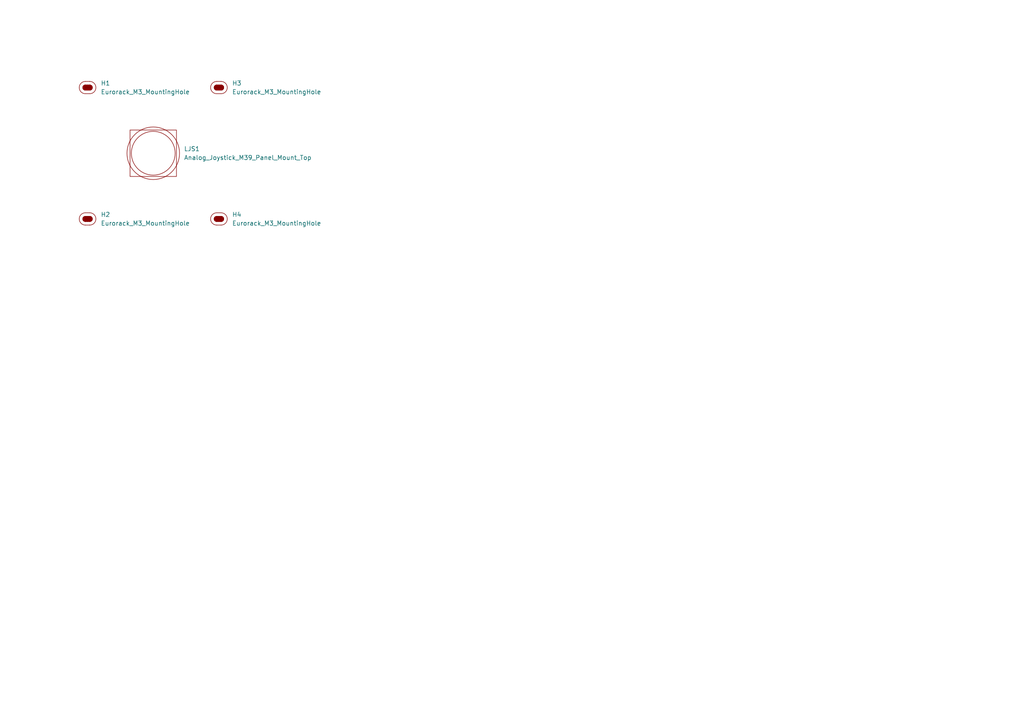
<source format=kicad_sch>
(kicad_sch (version 20250114) (generator "eeschema") (generator_version "9.0")
  (paper "A4")
  (lib_symbols
    (symbol "EXC:Analog_Joystick_M39_Panel_Mount_Top"
      (property "Reference" "LJS" (at 0 8.636 0))
      (property "Value" "Analog_Joystick_M39_Panel_Mount_Top" (at 0 -8.89 0))
      (symbol "Analog_Joystick_M39_Panel_Mount_Top_0_1"
        (rectangle (start -6.731 6.731) (end 6.731 -6.731))
        (circle (center 0 0) (radius 6.35))
        (circle (center 0 0) (radius 7.62))
      )
    )
    (symbol "EXC:Eurorack_M3_MountingHole" (pin_names (offset 1.016))
      (property "Reference" "H" (at 0 5.08 0))
      (property "Value" "Eurorack_M3_MountingHole" (at 0 3.175 0))
      (symbol "Eurorack_M3_MountingHole_0_1"
        (polyline (pts (xy -0.635 0.762) (xy 0.635 0.762)))
        (circle (center -0.635 0) (radius 0.762) (fill (type outline)))
        (arc (start -0.635 -0.762) (mid -1.397 0) (end -0.635 0.762))
        (arc (start -0.635 -1.778) (mid -2.413 0) (end -0.635 1.778))
        (polyline (pts (xy -0.635 -0.762) (xy 0.635 -0.762)))
        (polyline (pts (xy -0.635 -1.778) (xy 0.635 -1.778)))
        (circle (center 0 0) (radius 0.762) (fill (type outline)))
        (polyline (pts (xy 0.635 1.778) (xy -0.635 1.778)))
        (arc (start 0.6141 1.778) (mid 2.4131 0) (end 0.6141 -1.778))
        (arc (start 0.6227 0.762) (mid 1.3971 0) (end 0.6227 -0.762))
        (circle (center 0.635 0) (radius 0.762) (fill (type outline)))
      )
    )
  )
  (symbol (lib_id "EXC:Eurorack_M3_MountingHole") (at 63.5 25.4 0) (unit 1)
    (property "Reference" "H3" (at 67.31 24.1299 0) (effects (justify left)))
    (property "Value" "Eurorack_M3_MountingHole" (at 67.31 26.6699 0) (effects (justify left)))
    (property "Footprint" "EXC:MountingHole_3.2mm_M3" (effects (hide yes)))
    (property "Description" "Mounting Hole without connection" (effects (hide yes)))
  )
  (symbol (lib_id "EXC:Eurorack_M3_MountingHole") (at 63.5 63.5 0) (unit 1)
    (property "Reference" "H4" (at 67.31 62.2299 0) (effects (justify left)))
    (property "Value" "Eurorack_M3_MountingHole" (at 67.31 64.7699 0) (effects (justify left)))
    (property "Footprint" "EXC:MountingHole_3.2mm_M3" (effects (hide yes)))
    (property "Description" "Mounting Hole without connection" (effects (hide yes)))
  )
  (symbol (lib_id "EXC:Eurorack_M3_MountingHole") (at 25.4 25.4 0) (unit 1)
    (property "Reference" "H1" (at 29.21 24.1299 0) (effects (justify left)))
    (property "Value" "Eurorack_M3_MountingHole" (at 29.21 26.6699 0) (effects (justify left)))
    (property "Footprint" "EXC:MountingHole_3.2mm_M3" (effects (hide yes)))
    (property "Description" "Mounting Hole without connection" (effects (hide yes)))
  )
  (symbol (lib_id "EXC:Eurorack_M3_MountingHole") (at 25.4 63.5 0) (unit 1)
    (property "Reference" "H2" (at 29.21 62.2299 0) (effects (justify left)))
    (property "Value" "Eurorack_M3_MountingHole" (at 29.21 64.7699 0) (effects (justify left)))
    (property "Footprint" "EXC:MountingHole_3.2mm_M3" (effects (hide yes)))
    (property "Description" "Mounting Hole without connection" (effects (hide yes)))
  )
  (symbol (lib_id "EXC:Analog_Joystick_M39_Panel_Mount_Top") (at 44.45 44.45 0) (unit 1)
    (property "Reference" "LJS1" (at 53.34 43.1799 0) (effects (justify left)))
    (property "Value" "Analog_Joystick_M39_Panel_Mount_Top" (at 53.34 45.7199 0) (effects (justify left)))
    (property "Footprint" "EXC:Analog_Joystick_M39_Panel_Mount_Top" (effects (hide yes)))
    (property "Datasheet" "https://module-center.com/administrator/files/UploadFile/D202X-R4.pdf" (effects (hide yes)))
    (property "Description" "Mini Analog Joystick - 10K Potentiometers. Panel-mount with 39.5mm Diameter hole." (effects (hide yes)))
    (property "Source" "https://www.adafruit.com/product/3102" (effects (hide yes)))
  )
)
</source>
